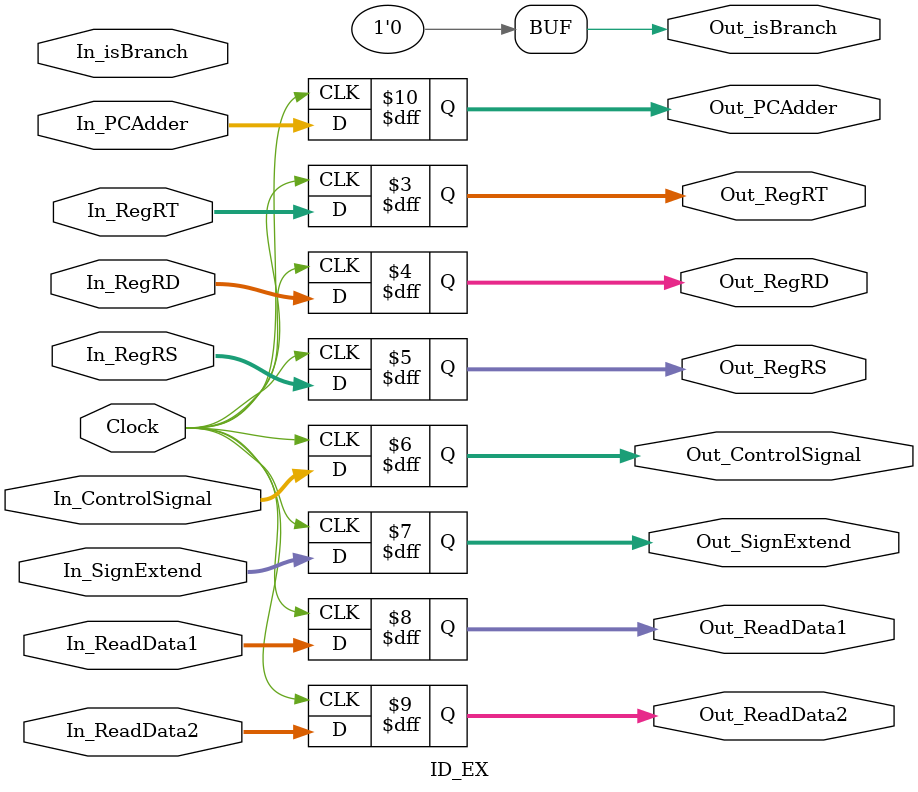
<source format=v>
`timescale 1ns / 1ps


module ID_EX(
    Clock,
    In_ControlSignal, In_ReadData1, In_ReadData2, In_PCAdder,
    In_RegRT, In_RegRD,In_SignExtend,In_isBranch, In_RegRS,
    
    Out_ControlSignal, Out_ReadData1,Out_SignExtend, Out_ReadData2 , Out_PCAdder,
    Out_RegRT, Out_RegRD,Out_isBranch, Out_RegRS
);

    input        Clock;
    input        In_isBranch;
    input [4:0]  In_RegRT, In_RegRD, In_RegRS;
    input [31:0] In_ControlSignal,In_SignExtend, In_ReadData1, In_ReadData2, In_PCAdder;
    
    output reg [4:0]  Out_RegRT, Out_RegRD, Out_RegRS;
    output reg [31:0] Out_ControlSignal,Out_SignExtend, Out_ReadData1, Out_ReadData2 , Out_PCAdder;
	output reg Out_isBranch;

	initial begin
        Out_ControlSignal = 32'd0;
        Out_ReadData1     = 32'd0;
        Out_ReadData2     = 32'd0;
        Out_PCAdder       = 32'd0;
        Out_SignExtend    = 32'd0;
        Out_RegRT         = 5'd0;
        Out_RegRD         = 5'd0;
        Out_RegRS         = 5'd0;
        Out_isBranch      = 1'd0;
	end
	
    always @(posedge Clock) begin
        Out_ControlSignal <= In_ControlSignal;
        Out_ReadData1     <= In_ReadData1;
        Out_ReadData2     <= In_ReadData2;
        Out_PCAdder       <= In_PCAdder;
        Out_SignExtend    <= In_SignExtend;
        Out_RegRT         <= In_RegRT;
        Out_RegRD         <= In_RegRD;
        Out_RegRS         <= In_RegRS;
      //  Out_isBranch      <= In_isBranch;
    end
    
endmodule

</source>
